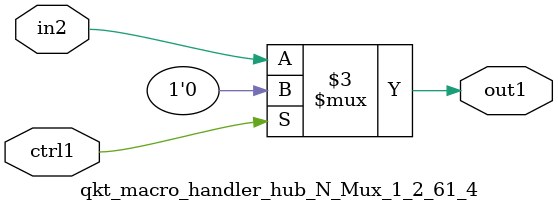
<source format=v>

`timescale 1ps / 1ps


module qkt_macro_handler_hub_N_Mux_1_2_61_4( in2, ctrl1, out1 );

    input in2;
    input ctrl1;
    output out1;
    reg out1;

    
    // rtl_process:qkt_macro_handler_hub_N_Mux_1_2_61_4/qkt_macro_handler_hub_N_Mux_1_2_61_4_thread_1
    always @*
      begin : qkt_macro_handler_hub_N_Mux_1_2_61_4_thread_1
        case (ctrl1) 
          1'b1: 
            begin
              out1 = 1'b0;
            end
          default: 
            begin
              out1 = in2;
            end
        endcase
      end

endmodule



</source>
